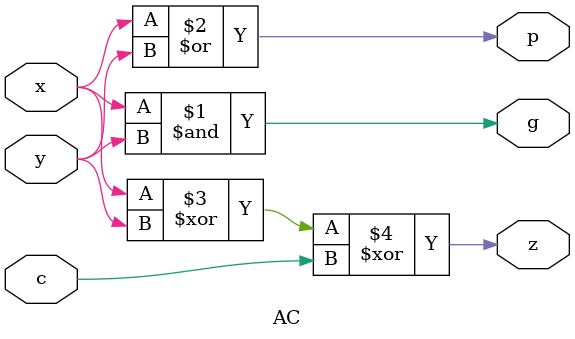
<source format=v>
module AC (input x, y, c, output g, p, z);
  assign g = x & y;
  assign p = x | y;
  assign z = (x ^ y) ^ c;
endmodule

</source>
